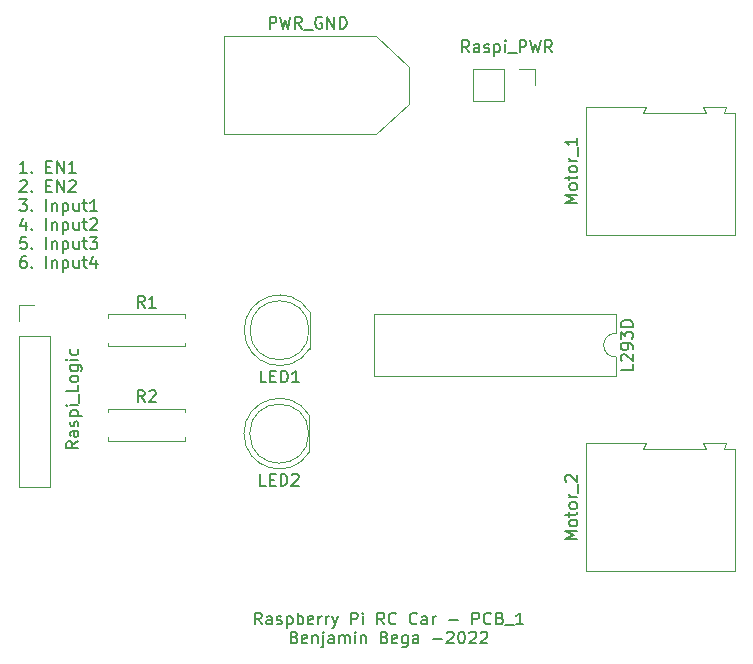
<source format=gbr>
%TF.GenerationSoftware,KiCad,Pcbnew,(6.0.4)*%
%TF.CreationDate,2022-08-23T18:09:03-07:00*%
%TF.ProjectId,RaspiCar_PCB1,52617370-6943-4617-925f-504342312e6b,rev?*%
%TF.SameCoordinates,Original*%
%TF.FileFunction,Legend,Top*%
%TF.FilePolarity,Positive*%
%FSLAX46Y46*%
G04 Gerber Fmt 4.6, Leading zero omitted, Abs format (unit mm)*
G04 Created by KiCad (PCBNEW (6.0.4)) date 2022-08-23 18:09:03*
%MOMM*%
%LPD*%
G01*
G04 APERTURE LIST*
%ADD10C,0.150000*%
%ADD11C,0.120000*%
G04 APERTURE END LIST*
D10*
X147609404Y-85677380D02*
X147037976Y-85677380D01*
X147323690Y-85677380D02*
X147323690Y-84677380D01*
X147228452Y-84820238D01*
X147133214Y-84915476D01*
X147037976Y-84963095D01*
X148037976Y-85582142D02*
X148085595Y-85629761D01*
X148037976Y-85677380D01*
X147990357Y-85629761D01*
X148037976Y-85582142D01*
X148037976Y-85677380D01*
X149276071Y-85153571D02*
X149609404Y-85153571D01*
X149752261Y-85677380D02*
X149276071Y-85677380D01*
X149276071Y-84677380D01*
X149752261Y-84677380D01*
X150180833Y-85677380D02*
X150180833Y-84677380D01*
X150752261Y-85677380D01*
X150752261Y-84677380D01*
X151752261Y-85677380D02*
X151180833Y-85677380D01*
X151466547Y-85677380D02*
X151466547Y-84677380D01*
X151371309Y-84820238D01*
X151276071Y-84915476D01*
X151180833Y-84963095D01*
X147037976Y-86382619D02*
X147085595Y-86335000D01*
X147180833Y-86287380D01*
X147418928Y-86287380D01*
X147514166Y-86335000D01*
X147561785Y-86382619D01*
X147609404Y-86477857D01*
X147609404Y-86573095D01*
X147561785Y-86715952D01*
X146990357Y-87287380D01*
X147609404Y-87287380D01*
X148037976Y-87192142D02*
X148085595Y-87239761D01*
X148037976Y-87287380D01*
X147990357Y-87239761D01*
X148037976Y-87192142D01*
X148037976Y-87287380D01*
X149276071Y-86763571D02*
X149609404Y-86763571D01*
X149752261Y-87287380D02*
X149276071Y-87287380D01*
X149276071Y-86287380D01*
X149752261Y-86287380D01*
X150180833Y-87287380D02*
X150180833Y-86287380D01*
X150752261Y-87287380D01*
X150752261Y-86287380D01*
X151180833Y-86382619D02*
X151228452Y-86335000D01*
X151323690Y-86287380D01*
X151561785Y-86287380D01*
X151657023Y-86335000D01*
X151704642Y-86382619D01*
X151752261Y-86477857D01*
X151752261Y-86573095D01*
X151704642Y-86715952D01*
X151133214Y-87287380D01*
X151752261Y-87287380D01*
X146990357Y-87897380D02*
X147609404Y-87897380D01*
X147276071Y-88278333D01*
X147418928Y-88278333D01*
X147514166Y-88325952D01*
X147561785Y-88373571D01*
X147609404Y-88468809D01*
X147609404Y-88706904D01*
X147561785Y-88802142D01*
X147514166Y-88849761D01*
X147418928Y-88897380D01*
X147133214Y-88897380D01*
X147037976Y-88849761D01*
X146990357Y-88802142D01*
X148037976Y-88802142D02*
X148085595Y-88849761D01*
X148037976Y-88897380D01*
X147990357Y-88849761D01*
X148037976Y-88802142D01*
X148037976Y-88897380D01*
X149276071Y-88897380D02*
X149276071Y-87897380D01*
X149752261Y-88230714D02*
X149752261Y-88897380D01*
X149752261Y-88325952D02*
X149799880Y-88278333D01*
X149895119Y-88230714D01*
X150037976Y-88230714D01*
X150133214Y-88278333D01*
X150180833Y-88373571D01*
X150180833Y-88897380D01*
X150657023Y-88230714D02*
X150657023Y-89230714D01*
X150657023Y-88278333D02*
X150752261Y-88230714D01*
X150942738Y-88230714D01*
X151037976Y-88278333D01*
X151085595Y-88325952D01*
X151133214Y-88421190D01*
X151133214Y-88706904D01*
X151085595Y-88802142D01*
X151037976Y-88849761D01*
X150942738Y-88897380D01*
X150752261Y-88897380D01*
X150657023Y-88849761D01*
X151990357Y-88230714D02*
X151990357Y-88897380D01*
X151561785Y-88230714D02*
X151561785Y-88754523D01*
X151609404Y-88849761D01*
X151704642Y-88897380D01*
X151847500Y-88897380D01*
X151942738Y-88849761D01*
X151990357Y-88802142D01*
X152323690Y-88230714D02*
X152704642Y-88230714D01*
X152466547Y-87897380D02*
X152466547Y-88754523D01*
X152514166Y-88849761D01*
X152609404Y-88897380D01*
X152704642Y-88897380D01*
X153561785Y-88897380D02*
X152990357Y-88897380D01*
X153276071Y-88897380D02*
X153276071Y-87897380D01*
X153180833Y-88040238D01*
X153085595Y-88135476D01*
X152990357Y-88183095D01*
X147514166Y-89840714D02*
X147514166Y-90507380D01*
X147276071Y-89459761D02*
X147037976Y-90174047D01*
X147657023Y-90174047D01*
X148037976Y-90412142D02*
X148085595Y-90459761D01*
X148037976Y-90507380D01*
X147990357Y-90459761D01*
X148037976Y-90412142D01*
X148037976Y-90507380D01*
X149276071Y-90507380D02*
X149276071Y-89507380D01*
X149752261Y-89840714D02*
X149752261Y-90507380D01*
X149752261Y-89935952D02*
X149799880Y-89888333D01*
X149895119Y-89840714D01*
X150037976Y-89840714D01*
X150133214Y-89888333D01*
X150180833Y-89983571D01*
X150180833Y-90507380D01*
X150657023Y-89840714D02*
X150657023Y-90840714D01*
X150657023Y-89888333D02*
X150752261Y-89840714D01*
X150942738Y-89840714D01*
X151037976Y-89888333D01*
X151085595Y-89935952D01*
X151133214Y-90031190D01*
X151133214Y-90316904D01*
X151085595Y-90412142D01*
X151037976Y-90459761D01*
X150942738Y-90507380D01*
X150752261Y-90507380D01*
X150657023Y-90459761D01*
X151990357Y-89840714D02*
X151990357Y-90507380D01*
X151561785Y-89840714D02*
X151561785Y-90364523D01*
X151609404Y-90459761D01*
X151704642Y-90507380D01*
X151847500Y-90507380D01*
X151942738Y-90459761D01*
X151990357Y-90412142D01*
X152323690Y-89840714D02*
X152704642Y-89840714D01*
X152466547Y-89507380D02*
X152466547Y-90364523D01*
X152514166Y-90459761D01*
X152609404Y-90507380D01*
X152704642Y-90507380D01*
X152990357Y-89602619D02*
X153037976Y-89555000D01*
X153133214Y-89507380D01*
X153371309Y-89507380D01*
X153466547Y-89555000D01*
X153514166Y-89602619D01*
X153561785Y-89697857D01*
X153561785Y-89793095D01*
X153514166Y-89935952D01*
X152942738Y-90507380D01*
X153561785Y-90507380D01*
X147561785Y-91117380D02*
X147085595Y-91117380D01*
X147037976Y-91593571D01*
X147085595Y-91545952D01*
X147180833Y-91498333D01*
X147418928Y-91498333D01*
X147514166Y-91545952D01*
X147561785Y-91593571D01*
X147609404Y-91688809D01*
X147609404Y-91926904D01*
X147561785Y-92022142D01*
X147514166Y-92069761D01*
X147418928Y-92117380D01*
X147180833Y-92117380D01*
X147085595Y-92069761D01*
X147037976Y-92022142D01*
X148037976Y-92022142D02*
X148085595Y-92069761D01*
X148037976Y-92117380D01*
X147990357Y-92069761D01*
X148037976Y-92022142D01*
X148037976Y-92117380D01*
X149276071Y-92117380D02*
X149276071Y-91117380D01*
X149752261Y-91450714D02*
X149752261Y-92117380D01*
X149752261Y-91545952D02*
X149799880Y-91498333D01*
X149895119Y-91450714D01*
X150037976Y-91450714D01*
X150133214Y-91498333D01*
X150180833Y-91593571D01*
X150180833Y-92117380D01*
X150657023Y-91450714D02*
X150657023Y-92450714D01*
X150657023Y-91498333D02*
X150752261Y-91450714D01*
X150942738Y-91450714D01*
X151037976Y-91498333D01*
X151085595Y-91545952D01*
X151133214Y-91641190D01*
X151133214Y-91926904D01*
X151085595Y-92022142D01*
X151037976Y-92069761D01*
X150942738Y-92117380D01*
X150752261Y-92117380D01*
X150657023Y-92069761D01*
X151990357Y-91450714D02*
X151990357Y-92117380D01*
X151561785Y-91450714D02*
X151561785Y-91974523D01*
X151609404Y-92069761D01*
X151704642Y-92117380D01*
X151847500Y-92117380D01*
X151942738Y-92069761D01*
X151990357Y-92022142D01*
X152323690Y-91450714D02*
X152704642Y-91450714D01*
X152466547Y-91117380D02*
X152466547Y-91974523D01*
X152514166Y-92069761D01*
X152609404Y-92117380D01*
X152704642Y-92117380D01*
X152942738Y-91117380D02*
X153561785Y-91117380D01*
X153228452Y-91498333D01*
X153371309Y-91498333D01*
X153466547Y-91545952D01*
X153514166Y-91593571D01*
X153561785Y-91688809D01*
X153561785Y-91926904D01*
X153514166Y-92022142D01*
X153466547Y-92069761D01*
X153371309Y-92117380D01*
X153085595Y-92117380D01*
X152990357Y-92069761D01*
X152942738Y-92022142D01*
X147514166Y-92727380D02*
X147323690Y-92727380D01*
X147228452Y-92775000D01*
X147180833Y-92822619D01*
X147085595Y-92965476D01*
X147037976Y-93155952D01*
X147037976Y-93536904D01*
X147085595Y-93632142D01*
X147133214Y-93679761D01*
X147228452Y-93727380D01*
X147418928Y-93727380D01*
X147514166Y-93679761D01*
X147561785Y-93632142D01*
X147609404Y-93536904D01*
X147609404Y-93298809D01*
X147561785Y-93203571D01*
X147514166Y-93155952D01*
X147418928Y-93108333D01*
X147228452Y-93108333D01*
X147133214Y-93155952D01*
X147085595Y-93203571D01*
X147037976Y-93298809D01*
X148037976Y-93632142D02*
X148085595Y-93679761D01*
X148037976Y-93727380D01*
X147990357Y-93679761D01*
X148037976Y-93632142D01*
X148037976Y-93727380D01*
X149276071Y-93727380D02*
X149276071Y-92727380D01*
X149752261Y-93060714D02*
X149752261Y-93727380D01*
X149752261Y-93155952D02*
X149799880Y-93108333D01*
X149895119Y-93060714D01*
X150037976Y-93060714D01*
X150133214Y-93108333D01*
X150180833Y-93203571D01*
X150180833Y-93727380D01*
X150657023Y-93060714D02*
X150657023Y-94060714D01*
X150657023Y-93108333D02*
X150752261Y-93060714D01*
X150942738Y-93060714D01*
X151037976Y-93108333D01*
X151085595Y-93155952D01*
X151133214Y-93251190D01*
X151133214Y-93536904D01*
X151085595Y-93632142D01*
X151037976Y-93679761D01*
X150942738Y-93727380D01*
X150752261Y-93727380D01*
X150657023Y-93679761D01*
X151990357Y-93060714D02*
X151990357Y-93727380D01*
X151561785Y-93060714D02*
X151561785Y-93584523D01*
X151609404Y-93679761D01*
X151704642Y-93727380D01*
X151847500Y-93727380D01*
X151942738Y-93679761D01*
X151990357Y-93632142D01*
X152323690Y-93060714D02*
X152704642Y-93060714D01*
X152466547Y-92727380D02*
X152466547Y-93584523D01*
X152514166Y-93679761D01*
X152609404Y-93727380D01*
X152704642Y-93727380D01*
X153466547Y-93060714D02*
X153466547Y-93727380D01*
X153228452Y-92679761D02*
X152990357Y-93394047D01*
X153609404Y-93394047D01*
X167488095Y-123897380D02*
X167154761Y-123421190D01*
X166916666Y-123897380D02*
X166916666Y-122897380D01*
X167297619Y-122897380D01*
X167392857Y-122945000D01*
X167440476Y-122992619D01*
X167488095Y-123087857D01*
X167488095Y-123230714D01*
X167440476Y-123325952D01*
X167392857Y-123373571D01*
X167297619Y-123421190D01*
X166916666Y-123421190D01*
X168345238Y-123897380D02*
X168345238Y-123373571D01*
X168297619Y-123278333D01*
X168202380Y-123230714D01*
X168011904Y-123230714D01*
X167916666Y-123278333D01*
X168345238Y-123849761D02*
X168250000Y-123897380D01*
X168011904Y-123897380D01*
X167916666Y-123849761D01*
X167869047Y-123754523D01*
X167869047Y-123659285D01*
X167916666Y-123564047D01*
X168011904Y-123516428D01*
X168250000Y-123516428D01*
X168345238Y-123468809D01*
X168773809Y-123849761D02*
X168869047Y-123897380D01*
X169059523Y-123897380D01*
X169154761Y-123849761D01*
X169202380Y-123754523D01*
X169202380Y-123706904D01*
X169154761Y-123611666D01*
X169059523Y-123564047D01*
X168916666Y-123564047D01*
X168821428Y-123516428D01*
X168773809Y-123421190D01*
X168773809Y-123373571D01*
X168821428Y-123278333D01*
X168916666Y-123230714D01*
X169059523Y-123230714D01*
X169154761Y-123278333D01*
X169630952Y-123230714D02*
X169630952Y-124230714D01*
X169630952Y-123278333D02*
X169726190Y-123230714D01*
X169916666Y-123230714D01*
X170011904Y-123278333D01*
X170059523Y-123325952D01*
X170107142Y-123421190D01*
X170107142Y-123706904D01*
X170059523Y-123802142D01*
X170011904Y-123849761D01*
X169916666Y-123897380D01*
X169726190Y-123897380D01*
X169630952Y-123849761D01*
X170535714Y-123897380D02*
X170535714Y-122897380D01*
X170535714Y-123278333D02*
X170630952Y-123230714D01*
X170821428Y-123230714D01*
X170916666Y-123278333D01*
X170964285Y-123325952D01*
X171011904Y-123421190D01*
X171011904Y-123706904D01*
X170964285Y-123802142D01*
X170916666Y-123849761D01*
X170821428Y-123897380D01*
X170630952Y-123897380D01*
X170535714Y-123849761D01*
X171821428Y-123849761D02*
X171726190Y-123897380D01*
X171535714Y-123897380D01*
X171440476Y-123849761D01*
X171392857Y-123754523D01*
X171392857Y-123373571D01*
X171440476Y-123278333D01*
X171535714Y-123230714D01*
X171726190Y-123230714D01*
X171821428Y-123278333D01*
X171869047Y-123373571D01*
X171869047Y-123468809D01*
X171392857Y-123564047D01*
X172297619Y-123897380D02*
X172297619Y-123230714D01*
X172297619Y-123421190D02*
X172345238Y-123325952D01*
X172392857Y-123278333D01*
X172488095Y-123230714D01*
X172583333Y-123230714D01*
X172916666Y-123897380D02*
X172916666Y-123230714D01*
X172916666Y-123421190D02*
X172964285Y-123325952D01*
X173011904Y-123278333D01*
X173107142Y-123230714D01*
X173202380Y-123230714D01*
X173440476Y-123230714D02*
X173678571Y-123897380D01*
X173916666Y-123230714D02*
X173678571Y-123897380D01*
X173583333Y-124135476D01*
X173535714Y-124183095D01*
X173440476Y-124230714D01*
X175059523Y-123897380D02*
X175059523Y-122897380D01*
X175440476Y-122897380D01*
X175535714Y-122945000D01*
X175583333Y-122992619D01*
X175630952Y-123087857D01*
X175630952Y-123230714D01*
X175583333Y-123325952D01*
X175535714Y-123373571D01*
X175440476Y-123421190D01*
X175059523Y-123421190D01*
X176059523Y-123897380D02*
X176059523Y-123230714D01*
X176059523Y-122897380D02*
X176011904Y-122945000D01*
X176059523Y-122992619D01*
X176107142Y-122945000D01*
X176059523Y-122897380D01*
X176059523Y-122992619D01*
X177869047Y-123897380D02*
X177535714Y-123421190D01*
X177297619Y-123897380D02*
X177297619Y-122897380D01*
X177678571Y-122897380D01*
X177773809Y-122945000D01*
X177821428Y-122992619D01*
X177869047Y-123087857D01*
X177869047Y-123230714D01*
X177821428Y-123325952D01*
X177773809Y-123373571D01*
X177678571Y-123421190D01*
X177297619Y-123421190D01*
X178869047Y-123802142D02*
X178821428Y-123849761D01*
X178678571Y-123897380D01*
X178583333Y-123897380D01*
X178440476Y-123849761D01*
X178345238Y-123754523D01*
X178297619Y-123659285D01*
X178250000Y-123468809D01*
X178250000Y-123325952D01*
X178297619Y-123135476D01*
X178345238Y-123040238D01*
X178440476Y-122945000D01*
X178583333Y-122897380D01*
X178678571Y-122897380D01*
X178821428Y-122945000D01*
X178869047Y-122992619D01*
X180630952Y-123802142D02*
X180583333Y-123849761D01*
X180440476Y-123897380D01*
X180345238Y-123897380D01*
X180202380Y-123849761D01*
X180107142Y-123754523D01*
X180059523Y-123659285D01*
X180011904Y-123468809D01*
X180011904Y-123325952D01*
X180059523Y-123135476D01*
X180107142Y-123040238D01*
X180202380Y-122945000D01*
X180345238Y-122897380D01*
X180440476Y-122897380D01*
X180583333Y-122945000D01*
X180630952Y-122992619D01*
X181488095Y-123897380D02*
X181488095Y-123373571D01*
X181440476Y-123278333D01*
X181345238Y-123230714D01*
X181154761Y-123230714D01*
X181059523Y-123278333D01*
X181488095Y-123849761D02*
X181392857Y-123897380D01*
X181154761Y-123897380D01*
X181059523Y-123849761D01*
X181011904Y-123754523D01*
X181011904Y-123659285D01*
X181059523Y-123564047D01*
X181154761Y-123516428D01*
X181392857Y-123516428D01*
X181488095Y-123468809D01*
X181964285Y-123897380D02*
X181964285Y-123230714D01*
X181964285Y-123421190D02*
X182011904Y-123325952D01*
X182059523Y-123278333D01*
X182154761Y-123230714D01*
X182250000Y-123230714D01*
X183345238Y-123516428D02*
X184107142Y-123516428D01*
X185345238Y-123897380D02*
X185345238Y-122897380D01*
X185726190Y-122897380D01*
X185821428Y-122945000D01*
X185869047Y-122992619D01*
X185916666Y-123087857D01*
X185916666Y-123230714D01*
X185869047Y-123325952D01*
X185821428Y-123373571D01*
X185726190Y-123421190D01*
X185345238Y-123421190D01*
X186916666Y-123802142D02*
X186869047Y-123849761D01*
X186726190Y-123897380D01*
X186630952Y-123897380D01*
X186488095Y-123849761D01*
X186392857Y-123754523D01*
X186345238Y-123659285D01*
X186297619Y-123468809D01*
X186297619Y-123325952D01*
X186345238Y-123135476D01*
X186392857Y-123040238D01*
X186488095Y-122945000D01*
X186630952Y-122897380D01*
X186726190Y-122897380D01*
X186869047Y-122945000D01*
X186916666Y-122992619D01*
X187678571Y-123373571D02*
X187821428Y-123421190D01*
X187869047Y-123468809D01*
X187916666Y-123564047D01*
X187916666Y-123706904D01*
X187869047Y-123802142D01*
X187821428Y-123849761D01*
X187726190Y-123897380D01*
X187345238Y-123897380D01*
X187345238Y-122897380D01*
X187678571Y-122897380D01*
X187773809Y-122945000D01*
X187821428Y-122992619D01*
X187869047Y-123087857D01*
X187869047Y-123183095D01*
X187821428Y-123278333D01*
X187773809Y-123325952D01*
X187678571Y-123373571D01*
X187345238Y-123373571D01*
X188107142Y-123992619D02*
X188869047Y-123992619D01*
X189630952Y-123897380D02*
X189059523Y-123897380D01*
X189345238Y-123897380D02*
X189345238Y-122897380D01*
X189250000Y-123040238D01*
X189154761Y-123135476D01*
X189059523Y-123183095D01*
X170273809Y-124983571D02*
X170416666Y-125031190D01*
X170464285Y-125078809D01*
X170511904Y-125174047D01*
X170511904Y-125316904D01*
X170464285Y-125412142D01*
X170416666Y-125459761D01*
X170321428Y-125507380D01*
X169940476Y-125507380D01*
X169940476Y-124507380D01*
X170273809Y-124507380D01*
X170369047Y-124555000D01*
X170416666Y-124602619D01*
X170464285Y-124697857D01*
X170464285Y-124793095D01*
X170416666Y-124888333D01*
X170369047Y-124935952D01*
X170273809Y-124983571D01*
X169940476Y-124983571D01*
X171321428Y-125459761D02*
X171226190Y-125507380D01*
X171035714Y-125507380D01*
X170940476Y-125459761D01*
X170892857Y-125364523D01*
X170892857Y-124983571D01*
X170940476Y-124888333D01*
X171035714Y-124840714D01*
X171226190Y-124840714D01*
X171321428Y-124888333D01*
X171369047Y-124983571D01*
X171369047Y-125078809D01*
X170892857Y-125174047D01*
X171797619Y-124840714D02*
X171797619Y-125507380D01*
X171797619Y-124935952D02*
X171845238Y-124888333D01*
X171940476Y-124840714D01*
X172083333Y-124840714D01*
X172178571Y-124888333D01*
X172226190Y-124983571D01*
X172226190Y-125507380D01*
X172702380Y-124840714D02*
X172702380Y-125697857D01*
X172654761Y-125793095D01*
X172559523Y-125840714D01*
X172511904Y-125840714D01*
X172702380Y-124507380D02*
X172654761Y-124555000D01*
X172702380Y-124602619D01*
X172750000Y-124555000D01*
X172702380Y-124507380D01*
X172702380Y-124602619D01*
X173607142Y-125507380D02*
X173607142Y-124983571D01*
X173559523Y-124888333D01*
X173464285Y-124840714D01*
X173273809Y-124840714D01*
X173178571Y-124888333D01*
X173607142Y-125459761D02*
X173511904Y-125507380D01*
X173273809Y-125507380D01*
X173178571Y-125459761D01*
X173130952Y-125364523D01*
X173130952Y-125269285D01*
X173178571Y-125174047D01*
X173273809Y-125126428D01*
X173511904Y-125126428D01*
X173607142Y-125078809D01*
X174083333Y-125507380D02*
X174083333Y-124840714D01*
X174083333Y-124935952D02*
X174130952Y-124888333D01*
X174226190Y-124840714D01*
X174369047Y-124840714D01*
X174464285Y-124888333D01*
X174511904Y-124983571D01*
X174511904Y-125507380D01*
X174511904Y-124983571D02*
X174559523Y-124888333D01*
X174654761Y-124840714D01*
X174797619Y-124840714D01*
X174892857Y-124888333D01*
X174940476Y-124983571D01*
X174940476Y-125507380D01*
X175416666Y-125507380D02*
X175416666Y-124840714D01*
X175416666Y-124507380D02*
X175369047Y-124555000D01*
X175416666Y-124602619D01*
X175464285Y-124555000D01*
X175416666Y-124507380D01*
X175416666Y-124602619D01*
X175892857Y-124840714D02*
X175892857Y-125507380D01*
X175892857Y-124935952D02*
X175940476Y-124888333D01*
X176035714Y-124840714D01*
X176178571Y-124840714D01*
X176273809Y-124888333D01*
X176321428Y-124983571D01*
X176321428Y-125507380D01*
X177892857Y-124983571D02*
X178035714Y-125031190D01*
X178083333Y-125078809D01*
X178130952Y-125174047D01*
X178130952Y-125316904D01*
X178083333Y-125412142D01*
X178035714Y-125459761D01*
X177940476Y-125507380D01*
X177559523Y-125507380D01*
X177559523Y-124507380D01*
X177892857Y-124507380D01*
X177988095Y-124555000D01*
X178035714Y-124602619D01*
X178083333Y-124697857D01*
X178083333Y-124793095D01*
X178035714Y-124888333D01*
X177988095Y-124935952D01*
X177892857Y-124983571D01*
X177559523Y-124983571D01*
X178940476Y-125459761D02*
X178845238Y-125507380D01*
X178654761Y-125507380D01*
X178559523Y-125459761D01*
X178511904Y-125364523D01*
X178511904Y-124983571D01*
X178559523Y-124888333D01*
X178654761Y-124840714D01*
X178845238Y-124840714D01*
X178940476Y-124888333D01*
X178988095Y-124983571D01*
X178988095Y-125078809D01*
X178511904Y-125174047D01*
X179845238Y-124840714D02*
X179845238Y-125650238D01*
X179797619Y-125745476D01*
X179750000Y-125793095D01*
X179654761Y-125840714D01*
X179511904Y-125840714D01*
X179416666Y-125793095D01*
X179845238Y-125459761D02*
X179750000Y-125507380D01*
X179559523Y-125507380D01*
X179464285Y-125459761D01*
X179416666Y-125412142D01*
X179369047Y-125316904D01*
X179369047Y-125031190D01*
X179416666Y-124935952D01*
X179464285Y-124888333D01*
X179559523Y-124840714D01*
X179750000Y-124840714D01*
X179845238Y-124888333D01*
X180750000Y-125507380D02*
X180750000Y-124983571D01*
X180702380Y-124888333D01*
X180607142Y-124840714D01*
X180416666Y-124840714D01*
X180321428Y-124888333D01*
X180750000Y-125459761D02*
X180654761Y-125507380D01*
X180416666Y-125507380D01*
X180321428Y-125459761D01*
X180273809Y-125364523D01*
X180273809Y-125269285D01*
X180321428Y-125174047D01*
X180416666Y-125126428D01*
X180654761Y-125126428D01*
X180750000Y-125078809D01*
X181988095Y-125126428D02*
X182750000Y-125126428D01*
X183178571Y-124602619D02*
X183226190Y-124555000D01*
X183321428Y-124507380D01*
X183559523Y-124507380D01*
X183654761Y-124555000D01*
X183702380Y-124602619D01*
X183750000Y-124697857D01*
X183750000Y-124793095D01*
X183702380Y-124935952D01*
X183130952Y-125507380D01*
X183750000Y-125507380D01*
X184369047Y-124507380D02*
X184464285Y-124507380D01*
X184559523Y-124555000D01*
X184607142Y-124602619D01*
X184654761Y-124697857D01*
X184702380Y-124888333D01*
X184702380Y-125126428D01*
X184654761Y-125316904D01*
X184607142Y-125412142D01*
X184559523Y-125459761D01*
X184464285Y-125507380D01*
X184369047Y-125507380D01*
X184273809Y-125459761D01*
X184226190Y-125412142D01*
X184178571Y-125316904D01*
X184130952Y-125126428D01*
X184130952Y-124888333D01*
X184178571Y-124697857D01*
X184226190Y-124602619D01*
X184273809Y-124555000D01*
X184369047Y-124507380D01*
X185083333Y-124602619D02*
X185130952Y-124555000D01*
X185226190Y-124507380D01*
X185464285Y-124507380D01*
X185559523Y-124555000D01*
X185607142Y-124602619D01*
X185654761Y-124697857D01*
X185654761Y-124793095D01*
X185607142Y-124935952D01*
X185035714Y-125507380D01*
X185654761Y-125507380D01*
X186035714Y-124602619D02*
X186083333Y-124555000D01*
X186178571Y-124507380D01*
X186416666Y-124507380D01*
X186511904Y-124555000D01*
X186559523Y-124602619D01*
X186607142Y-124697857D01*
X186607142Y-124793095D01*
X186559523Y-124935952D01*
X185988095Y-125507380D01*
X186607142Y-125507380D01*
%TO.C,PWR_GND*%
X168161904Y-73452380D02*
X168161904Y-72452380D01*
X168542857Y-72452380D01*
X168638095Y-72500000D01*
X168685714Y-72547619D01*
X168733333Y-72642857D01*
X168733333Y-72785714D01*
X168685714Y-72880952D01*
X168638095Y-72928571D01*
X168542857Y-72976190D01*
X168161904Y-72976190D01*
X169066666Y-72452380D02*
X169304761Y-73452380D01*
X169495238Y-72738095D01*
X169685714Y-73452380D01*
X169923809Y-72452380D01*
X170876190Y-73452380D02*
X170542857Y-72976190D01*
X170304761Y-73452380D02*
X170304761Y-72452380D01*
X170685714Y-72452380D01*
X170780952Y-72500000D01*
X170828571Y-72547619D01*
X170876190Y-72642857D01*
X170876190Y-72785714D01*
X170828571Y-72880952D01*
X170780952Y-72928571D01*
X170685714Y-72976190D01*
X170304761Y-72976190D01*
X171066666Y-73547619D02*
X171828571Y-73547619D01*
X172590476Y-72500000D02*
X172495238Y-72452380D01*
X172352380Y-72452380D01*
X172209523Y-72500000D01*
X172114285Y-72595238D01*
X172066666Y-72690476D01*
X172019047Y-72880952D01*
X172019047Y-73023809D01*
X172066666Y-73214285D01*
X172114285Y-73309523D01*
X172209523Y-73404761D01*
X172352380Y-73452380D01*
X172447619Y-73452380D01*
X172590476Y-73404761D01*
X172638095Y-73357142D01*
X172638095Y-73023809D01*
X172447619Y-73023809D01*
X173066666Y-73452380D02*
X173066666Y-72452380D01*
X173638095Y-73452380D01*
X173638095Y-72452380D01*
X174114285Y-73452380D02*
X174114285Y-72452380D01*
X174352380Y-72452380D01*
X174495238Y-72500000D01*
X174590476Y-72595238D01*
X174638095Y-72690476D01*
X174685714Y-72880952D01*
X174685714Y-73023809D01*
X174638095Y-73214285D01*
X174590476Y-73309523D01*
X174495238Y-73404761D01*
X174352380Y-73452380D01*
X174114285Y-73452380D01*
%TO.C,LED1*%
X167885952Y-103412380D02*
X167409761Y-103412380D01*
X167409761Y-102412380D01*
X168219285Y-102888571D02*
X168552619Y-102888571D01*
X168695476Y-103412380D02*
X168219285Y-103412380D01*
X168219285Y-102412380D01*
X168695476Y-102412380D01*
X169124047Y-103412380D02*
X169124047Y-102412380D01*
X169362142Y-102412380D01*
X169505000Y-102460000D01*
X169600238Y-102555238D01*
X169647857Y-102650476D01*
X169695476Y-102840952D01*
X169695476Y-102983809D01*
X169647857Y-103174285D01*
X169600238Y-103269523D01*
X169505000Y-103364761D01*
X169362142Y-103412380D01*
X169124047Y-103412380D01*
X170647857Y-103412380D02*
X170076428Y-103412380D01*
X170362142Y-103412380D02*
X170362142Y-102412380D01*
X170266904Y-102555238D01*
X170171666Y-102650476D01*
X170076428Y-102698095D01*
%TO.C,R1*%
X157583333Y-97082380D02*
X157250000Y-96606190D01*
X157011904Y-97082380D02*
X157011904Y-96082380D01*
X157392857Y-96082380D01*
X157488095Y-96130000D01*
X157535714Y-96177619D01*
X157583333Y-96272857D01*
X157583333Y-96415714D01*
X157535714Y-96510952D01*
X157488095Y-96558571D01*
X157392857Y-96606190D01*
X157011904Y-96606190D01*
X158535714Y-97082380D02*
X157964285Y-97082380D01*
X158250000Y-97082380D02*
X158250000Y-96082380D01*
X158154761Y-96225238D01*
X158059523Y-96320476D01*
X157964285Y-96368095D01*
%TO.C,Raspi_Logic*%
X151952380Y-108405238D02*
X151476190Y-108738571D01*
X151952380Y-108976666D02*
X150952380Y-108976666D01*
X150952380Y-108595714D01*
X151000000Y-108500476D01*
X151047619Y-108452857D01*
X151142857Y-108405238D01*
X151285714Y-108405238D01*
X151380952Y-108452857D01*
X151428571Y-108500476D01*
X151476190Y-108595714D01*
X151476190Y-108976666D01*
X151952380Y-107548095D02*
X151428571Y-107548095D01*
X151333333Y-107595714D01*
X151285714Y-107690952D01*
X151285714Y-107881428D01*
X151333333Y-107976666D01*
X151904761Y-107548095D02*
X151952380Y-107643333D01*
X151952380Y-107881428D01*
X151904761Y-107976666D01*
X151809523Y-108024285D01*
X151714285Y-108024285D01*
X151619047Y-107976666D01*
X151571428Y-107881428D01*
X151571428Y-107643333D01*
X151523809Y-107548095D01*
X151904761Y-107119523D02*
X151952380Y-107024285D01*
X151952380Y-106833809D01*
X151904761Y-106738571D01*
X151809523Y-106690952D01*
X151761904Y-106690952D01*
X151666666Y-106738571D01*
X151619047Y-106833809D01*
X151619047Y-106976666D01*
X151571428Y-107071904D01*
X151476190Y-107119523D01*
X151428571Y-107119523D01*
X151333333Y-107071904D01*
X151285714Y-106976666D01*
X151285714Y-106833809D01*
X151333333Y-106738571D01*
X151285714Y-106262380D02*
X152285714Y-106262380D01*
X151333333Y-106262380D02*
X151285714Y-106167142D01*
X151285714Y-105976666D01*
X151333333Y-105881428D01*
X151380952Y-105833809D01*
X151476190Y-105786190D01*
X151761904Y-105786190D01*
X151857142Y-105833809D01*
X151904761Y-105881428D01*
X151952380Y-105976666D01*
X151952380Y-106167142D01*
X151904761Y-106262380D01*
X151952380Y-105357619D02*
X151285714Y-105357619D01*
X150952380Y-105357619D02*
X151000000Y-105405238D01*
X151047619Y-105357619D01*
X151000000Y-105310000D01*
X150952380Y-105357619D01*
X151047619Y-105357619D01*
X152047619Y-105119523D02*
X152047619Y-104357619D01*
X151952380Y-103643333D02*
X151952380Y-104119523D01*
X150952380Y-104119523D01*
X151952380Y-103167142D02*
X151904761Y-103262380D01*
X151857142Y-103310000D01*
X151761904Y-103357619D01*
X151476190Y-103357619D01*
X151380952Y-103310000D01*
X151333333Y-103262380D01*
X151285714Y-103167142D01*
X151285714Y-103024285D01*
X151333333Y-102929047D01*
X151380952Y-102881428D01*
X151476190Y-102833809D01*
X151761904Y-102833809D01*
X151857142Y-102881428D01*
X151904761Y-102929047D01*
X151952380Y-103024285D01*
X151952380Y-103167142D01*
X151285714Y-101976666D02*
X152095238Y-101976666D01*
X152190476Y-102024285D01*
X152238095Y-102071904D01*
X152285714Y-102167142D01*
X152285714Y-102310000D01*
X152238095Y-102405238D01*
X151904761Y-101976666D02*
X151952380Y-102071904D01*
X151952380Y-102262380D01*
X151904761Y-102357619D01*
X151857142Y-102405238D01*
X151761904Y-102452857D01*
X151476190Y-102452857D01*
X151380952Y-102405238D01*
X151333333Y-102357619D01*
X151285714Y-102262380D01*
X151285714Y-102071904D01*
X151333333Y-101976666D01*
X151952380Y-101500476D02*
X151285714Y-101500476D01*
X150952380Y-101500476D02*
X151000000Y-101548095D01*
X151047619Y-101500476D01*
X151000000Y-101452857D01*
X150952380Y-101500476D01*
X151047619Y-101500476D01*
X151904761Y-100595714D02*
X151952380Y-100690952D01*
X151952380Y-100881428D01*
X151904761Y-100976666D01*
X151857142Y-101024285D01*
X151761904Y-101071904D01*
X151476190Y-101071904D01*
X151380952Y-101024285D01*
X151333333Y-100976666D01*
X151285714Y-100881428D01*
X151285714Y-100690952D01*
X151333333Y-100595714D01*
%TO.C,Motor_1*%
X194202380Y-88190476D02*
X193202380Y-88190476D01*
X193916666Y-87857142D01*
X193202380Y-87523809D01*
X194202380Y-87523809D01*
X194202380Y-86904761D02*
X194154761Y-87000000D01*
X194107142Y-87047619D01*
X194011904Y-87095238D01*
X193726190Y-87095238D01*
X193630952Y-87047619D01*
X193583333Y-87000000D01*
X193535714Y-86904761D01*
X193535714Y-86761904D01*
X193583333Y-86666666D01*
X193630952Y-86619047D01*
X193726190Y-86571428D01*
X194011904Y-86571428D01*
X194107142Y-86619047D01*
X194154761Y-86666666D01*
X194202380Y-86761904D01*
X194202380Y-86904761D01*
X193535714Y-86285714D02*
X193535714Y-85904761D01*
X193202380Y-86142857D02*
X194059523Y-86142857D01*
X194154761Y-86095238D01*
X194202380Y-86000000D01*
X194202380Y-85904761D01*
X194202380Y-85428571D02*
X194154761Y-85523809D01*
X194107142Y-85571428D01*
X194011904Y-85619047D01*
X193726190Y-85619047D01*
X193630952Y-85571428D01*
X193583333Y-85523809D01*
X193535714Y-85428571D01*
X193535714Y-85285714D01*
X193583333Y-85190476D01*
X193630952Y-85142857D01*
X193726190Y-85095238D01*
X194011904Y-85095238D01*
X194107142Y-85142857D01*
X194154761Y-85190476D01*
X194202380Y-85285714D01*
X194202380Y-85428571D01*
X194202380Y-84666666D02*
X193535714Y-84666666D01*
X193726190Y-84666666D02*
X193630952Y-84619047D01*
X193583333Y-84571428D01*
X193535714Y-84476190D01*
X193535714Y-84380952D01*
X194297619Y-84285714D02*
X194297619Y-83523809D01*
X194202380Y-82761904D02*
X194202380Y-83333333D01*
X194202380Y-83047619D02*
X193202380Y-83047619D01*
X193345238Y-83142857D01*
X193440476Y-83238095D01*
X193488095Y-83333333D01*
%TO.C,R2*%
X157583333Y-105082380D02*
X157250000Y-104606190D01*
X157011904Y-105082380D02*
X157011904Y-104082380D01*
X157392857Y-104082380D01*
X157488095Y-104130000D01*
X157535714Y-104177619D01*
X157583333Y-104272857D01*
X157583333Y-104415714D01*
X157535714Y-104510952D01*
X157488095Y-104558571D01*
X157392857Y-104606190D01*
X157011904Y-104606190D01*
X157964285Y-104177619D02*
X158011904Y-104130000D01*
X158107142Y-104082380D01*
X158345238Y-104082380D01*
X158440476Y-104130000D01*
X158488095Y-104177619D01*
X158535714Y-104272857D01*
X158535714Y-104368095D01*
X158488095Y-104510952D01*
X157916666Y-105082380D01*
X158535714Y-105082380D01*
%TO.C,Motor_2*%
X194202380Y-116675476D02*
X193202380Y-116675476D01*
X193916666Y-116342142D01*
X193202380Y-116008809D01*
X194202380Y-116008809D01*
X194202380Y-115389761D02*
X194154761Y-115485000D01*
X194107142Y-115532619D01*
X194011904Y-115580238D01*
X193726190Y-115580238D01*
X193630952Y-115532619D01*
X193583333Y-115485000D01*
X193535714Y-115389761D01*
X193535714Y-115246904D01*
X193583333Y-115151666D01*
X193630952Y-115104047D01*
X193726190Y-115056428D01*
X194011904Y-115056428D01*
X194107142Y-115104047D01*
X194154761Y-115151666D01*
X194202380Y-115246904D01*
X194202380Y-115389761D01*
X193535714Y-114770714D02*
X193535714Y-114389761D01*
X193202380Y-114627857D02*
X194059523Y-114627857D01*
X194154761Y-114580238D01*
X194202380Y-114485000D01*
X194202380Y-114389761D01*
X194202380Y-113913571D02*
X194154761Y-114008809D01*
X194107142Y-114056428D01*
X194011904Y-114104047D01*
X193726190Y-114104047D01*
X193630952Y-114056428D01*
X193583333Y-114008809D01*
X193535714Y-113913571D01*
X193535714Y-113770714D01*
X193583333Y-113675476D01*
X193630952Y-113627857D01*
X193726190Y-113580238D01*
X194011904Y-113580238D01*
X194107142Y-113627857D01*
X194154761Y-113675476D01*
X194202380Y-113770714D01*
X194202380Y-113913571D01*
X194202380Y-113151666D02*
X193535714Y-113151666D01*
X193726190Y-113151666D02*
X193630952Y-113104047D01*
X193583333Y-113056428D01*
X193535714Y-112961190D01*
X193535714Y-112865952D01*
X194297619Y-112770714D02*
X194297619Y-112008809D01*
X193297619Y-111818333D02*
X193250000Y-111770714D01*
X193202380Y-111675476D01*
X193202380Y-111437380D01*
X193250000Y-111342142D01*
X193297619Y-111294523D01*
X193392857Y-111246904D01*
X193488095Y-111246904D01*
X193630952Y-111294523D01*
X194202380Y-111865952D01*
X194202380Y-111246904D01*
%TO.C,LED2*%
X167860952Y-112162380D02*
X167384761Y-112162380D01*
X167384761Y-111162380D01*
X168194285Y-111638571D02*
X168527619Y-111638571D01*
X168670476Y-112162380D02*
X168194285Y-112162380D01*
X168194285Y-111162380D01*
X168670476Y-111162380D01*
X169099047Y-112162380D02*
X169099047Y-111162380D01*
X169337142Y-111162380D01*
X169480000Y-111210000D01*
X169575238Y-111305238D01*
X169622857Y-111400476D01*
X169670476Y-111590952D01*
X169670476Y-111733809D01*
X169622857Y-111924285D01*
X169575238Y-112019523D01*
X169480000Y-112114761D01*
X169337142Y-112162380D01*
X169099047Y-112162380D01*
X170051428Y-111257619D02*
X170099047Y-111210000D01*
X170194285Y-111162380D01*
X170432380Y-111162380D01*
X170527619Y-111210000D01*
X170575238Y-111257619D01*
X170622857Y-111352857D01*
X170622857Y-111448095D01*
X170575238Y-111590952D01*
X170003809Y-112162380D01*
X170622857Y-112162380D01*
%TO.C,L293D*%
X198907380Y-101879047D02*
X198907380Y-102355238D01*
X197907380Y-102355238D01*
X198002619Y-101593333D02*
X197955000Y-101545714D01*
X197907380Y-101450476D01*
X197907380Y-101212380D01*
X197955000Y-101117142D01*
X198002619Y-101069523D01*
X198097857Y-101021904D01*
X198193095Y-101021904D01*
X198335952Y-101069523D01*
X198907380Y-101640952D01*
X198907380Y-101021904D01*
X198907380Y-100545714D02*
X198907380Y-100355238D01*
X198859761Y-100260000D01*
X198812142Y-100212380D01*
X198669285Y-100117142D01*
X198478809Y-100069523D01*
X198097857Y-100069523D01*
X198002619Y-100117142D01*
X197955000Y-100164761D01*
X197907380Y-100260000D01*
X197907380Y-100450476D01*
X197955000Y-100545714D01*
X198002619Y-100593333D01*
X198097857Y-100640952D01*
X198335952Y-100640952D01*
X198431190Y-100593333D01*
X198478809Y-100545714D01*
X198526428Y-100450476D01*
X198526428Y-100260000D01*
X198478809Y-100164761D01*
X198431190Y-100117142D01*
X198335952Y-100069523D01*
X197907380Y-99736190D02*
X197907380Y-99117142D01*
X198288333Y-99450476D01*
X198288333Y-99307619D01*
X198335952Y-99212380D01*
X198383571Y-99164761D01*
X198478809Y-99117142D01*
X198716904Y-99117142D01*
X198812142Y-99164761D01*
X198859761Y-99212380D01*
X198907380Y-99307619D01*
X198907380Y-99593333D01*
X198859761Y-99688571D01*
X198812142Y-99736190D01*
X198907380Y-98688571D02*
X197907380Y-98688571D01*
X197907380Y-98450476D01*
X197955000Y-98307619D01*
X198050238Y-98212380D01*
X198145476Y-98164761D01*
X198335952Y-98117142D01*
X198478809Y-98117142D01*
X198669285Y-98164761D01*
X198764523Y-98212380D01*
X198859761Y-98307619D01*
X198907380Y-98450476D01*
X198907380Y-98688571D01*
%TO.C,Raspi_PWR*%
X185059523Y-75452380D02*
X184726190Y-74976190D01*
X184488095Y-75452380D02*
X184488095Y-74452380D01*
X184869047Y-74452380D01*
X184964285Y-74500000D01*
X185011904Y-74547619D01*
X185059523Y-74642857D01*
X185059523Y-74785714D01*
X185011904Y-74880952D01*
X184964285Y-74928571D01*
X184869047Y-74976190D01*
X184488095Y-74976190D01*
X185916666Y-75452380D02*
X185916666Y-74928571D01*
X185869047Y-74833333D01*
X185773809Y-74785714D01*
X185583333Y-74785714D01*
X185488095Y-74833333D01*
X185916666Y-75404761D02*
X185821428Y-75452380D01*
X185583333Y-75452380D01*
X185488095Y-75404761D01*
X185440476Y-75309523D01*
X185440476Y-75214285D01*
X185488095Y-75119047D01*
X185583333Y-75071428D01*
X185821428Y-75071428D01*
X185916666Y-75023809D01*
X186345238Y-75404761D02*
X186440476Y-75452380D01*
X186630952Y-75452380D01*
X186726190Y-75404761D01*
X186773809Y-75309523D01*
X186773809Y-75261904D01*
X186726190Y-75166666D01*
X186630952Y-75119047D01*
X186488095Y-75119047D01*
X186392857Y-75071428D01*
X186345238Y-74976190D01*
X186345238Y-74928571D01*
X186392857Y-74833333D01*
X186488095Y-74785714D01*
X186630952Y-74785714D01*
X186726190Y-74833333D01*
X187202380Y-74785714D02*
X187202380Y-75785714D01*
X187202380Y-74833333D02*
X187297619Y-74785714D01*
X187488095Y-74785714D01*
X187583333Y-74833333D01*
X187630952Y-74880952D01*
X187678571Y-74976190D01*
X187678571Y-75261904D01*
X187630952Y-75357142D01*
X187583333Y-75404761D01*
X187488095Y-75452380D01*
X187297619Y-75452380D01*
X187202380Y-75404761D01*
X188107142Y-75452380D02*
X188107142Y-74785714D01*
X188107142Y-74452380D02*
X188059523Y-74500000D01*
X188107142Y-74547619D01*
X188154761Y-74500000D01*
X188107142Y-74452380D01*
X188107142Y-74547619D01*
X188345238Y-75547619D02*
X189107142Y-75547619D01*
X189345238Y-75452380D02*
X189345238Y-74452380D01*
X189726190Y-74452380D01*
X189821428Y-74500000D01*
X189869047Y-74547619D01*
X189916666Y-74642857D01*
X189916666Y-74785714D01*
X189869047Y-74880952D01*
X189821428Y-74928571D01*
X189726190Y-74976190D01*
X189345238Y-74976190D01*
X190250000Y-74452380D02*
X190488095Y-75452380D01*
X190678571Y-74738095D01*
X190869047Y-75452380D01*
X191107142Y-74452380D01*
X192059523Y-75452380D02*
X191726190Y-74976190D01*
X191488095Y-75452380D02*
X191488095Y-74452380D01*
X191869047Y-74452380D01*
X191964285Y-74500000D01*
X192011904Y-74547619D01*
X192059523Y-74642857D01*
X192059523Y-74785714D01*
X192011904Y-74880952D01*
X191964285Y-74928571D01*
X191869047Y-74976190D01*
X191488095Y-74976190D01*
D11*
%TO.C,PWR_GND*%
X177150000Y-74100000D02*
X164300000Y-74100000D01*
X180000000Y-76700000D02*
X177150000Y-74100000D01*
X164300000Y-82400000D02*
X177150000Y-82400000D01*
X180000000Y-79850000D02*
X180000000Y-76700000D01*
X177150000Y-82400000D02*
X180000000Y-79850000D01*
X164300000Y-74100000D02*
X164300000Y-82400000D01*
%TO.C,LED1*%
X171565000Y-100545000D02*
X171565000Y-97455000D01*
X171565000Y-97455170D02*
G75*
G03*
X166015000Y-99000462I-2560000J-1544830D01*
G01*
X166015000Y-98999538D02*
G75*
G03*
X171565000Y-100544830I2990000J-462D01*
G01*
X171505000Y-99000000D02*
G75*
G03*
X171505000Y-99000000I-2500000J0D01*
G01*
%TO.C,R1*%
X154480000Y-100040000D02*
X154480000Y-100370000D01*
X161020000Y-97630000D02*
X161020000Y-97960000D01*
X154480000Y-100370000D02*
X161020000Y-100370000D01*
X154480000Y-97630000D02*
X161020000Y-97630000D01*
X161020000Y-100370000D02*
X161020000Y-100040000D01*
X154480000Y-97960000D02*
X154480000Y-97630000D01*
%TO.C,Raspi_Logic*%
X146920000Y-96880000D02*
X148250000Y-96880000D01*
X146920000Y-112240000D02*
X149580000Y-112240000D01*
X146920000Y-99480000D02*
X149580000Y-99480000D01*
X149580000Y-99480000D02*
X149580000Y-112240000D01*
X146920000Y-99480000D02*
X146920000Y-112240000D01*
X146920000Y-98210000D02*
X146920000Y-96880000D01*
%TO.C,Motor_1*%
X207550000Y-80565000D02*
X206600000Y-80565000D01*
X206600000Y-80565000D02*
X206850000Y-80065000D01*
X206850000Y-80065000D02*
X204950000Y-80065000D01*
X204950000Y-80065000D02*
X204900000Y-80065000D01*
X200050000Y-80065000D02*
X194950000Y-80065000D01*
X194950000Y-90915000D02*
X207550000Y-90915000D01*
X199750000Y-80565000D02*
X200050000Y-80065000D01*
X205150000Y-80565000D02*
X199750000Y-80565000D01*
X207550000Y-90915000D02*
X207550000Y-80565000D01*
X204900000Y-80065000D02*
X205150000Y-80565000D01*
X194950000Y-80065000D02*
X194950000Y-90915000D01*
%TO.C,R2*%
X154480000Y-108040000D02*
X154480000Y-108370000D01*
X154480000Y-105960000D02*
X154480000Y-105630000D01*
X154480000Y-105630000D02*
X161020000Y-105630000D01*
X154480000Y-108370000D02*
X161020000Y-108370000D01*
X161020000Y-108370000D02*
X161020000Y-108040000D01*
X161020000Y-105630000D02*
X161020000Y-105960000D01*
%TO.C,Motor_2*%
X205150000Y-109050000D02*
X199750000Y-109050000D01*
X204950000Y-108550000D02*
X204900000Y-108550000D01*
X206850000Y-108550000D02*
X204950000Y-108550000D01*
X194950000Y-108550000D02*
X194950000Y-119400000D01*
X207550000Y-109050000D02*
X206600000Y-109050000D01*
X206600000Y-109050000D02*
X206850000Y-108550000D01*
X207550000Y-119400000D02*
X207550000Y-109050000D01*
X200050000Y-108550000D02*
X194950000Y-108550000D01*
X204900000Y-108550000D02*
X205150000Y-109050000D01*
X194950000Y-119400000D02*
X207550000Y-119400000D01*
X199750000Y-109050000D02*
X200050000Y-108550000D01*
%TO.C,LED2*%
X171540000Y-109295000D02*
X171540000Y-106205000D01*
X171540000Y-106205170D02*
G75*
G03*
X165990000Y-107750462I-2560000J-1544830D01*
G01*
X165990000Y-107749538D02*
G75*
G03*
X171540000Y-109294830I2990000J-462D01*
G01*
X171480000Y-107750000D02*
G75*
G03*
X171480000Y-107750000I-2500000J0D01*
G01*
%TO.C,L293D*%
X177015000Y-102910000D02*
X197455000Y-102910000D01*
X197455000Y-97610000D02*
X177015000Y-97610000D01*
X197455000Y-99260000D02*
X197455000Y-97610000D01*
X197455000Y-102910000D02*
X197455000Y-101260000D01*
X177015000Y-97610000D02*
X177015000Y-102910000D01*
X197455000Y-99260000D02*
G75*
G03*
X197455000Y-101260000I0J-1000000D01*
G01*
%TO.C,Raspi_PWR*%
X190605000Y-76920000D02*
X190605000Y-78250000D01*
X189275000Y-76920000D02*
X190605000Y-76920000D01*
X188005000Y-76920000D02*
X188005000Y-79580000D01*
X188005000Y-76920000D02*
X185405000Y-76920000D01*
X188005000Y-79580000D02*
X185405000Y-79580000D01*
X185405000Y-76920000D02*
X185405000Y-79580000D01*
%TD*%
M02*

</source>
